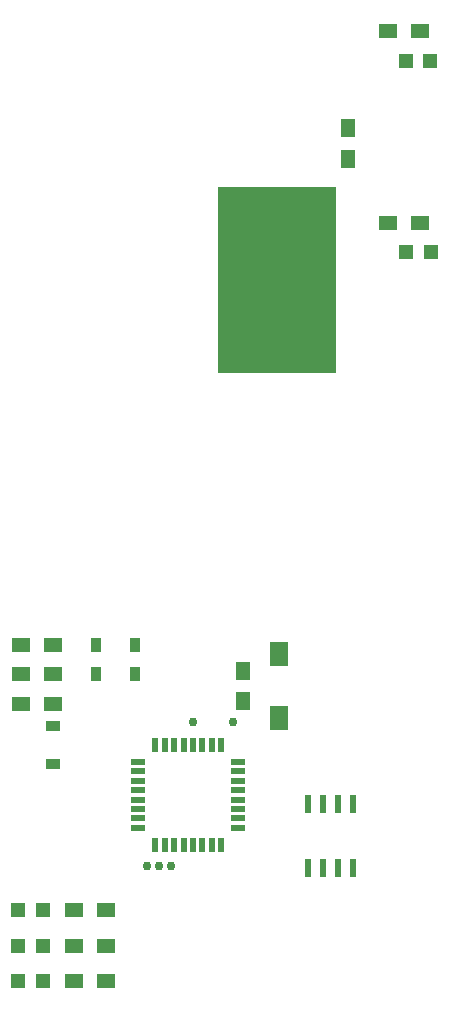
<source format=gbr>
G04 #@! TF.FileFunction,Paste,Top*
%FSLAX46Y46*%
G04 Gerber Fmt 4.6, Leading zero omitted, Abs format (unit mm)*
G04 Created by KiCad (PCBNEW 4.0.5) date Thu Feb 16 16:16:09 2017*
%MOMM*%
%LPD*%
G01*
G04 APERTURE LIST*
%ADD10C,0.100000*%
%ADD11R,10.000000X15.750000*%
%ADD12R,1.198880X1.198880*%
%ADD13R,1.500000X1.300000*%
%ADD14R,1.300000X1.500000*%
%ADD15R,0.600000X1.550000*%
%ADD16C,0.750000*%
%ADD17R,1.250000X1.500000*%
%ADD18R,0.910000X1.220000*%
%ADD19R,1.220000X0.910000*%
%ADD20R,1.600000X2.000000*%
%ADD21R,1.200000X0.600000*%
%ADD22R,0.600000X1.200000*%
G04 APERTURE END LIST*
D10*
D11*
X132550000Y-81550000D03*
D12*
X143450980Y-79150000D03*
X145549020Y-79150000D03*
X143401960Y-63000000D03*
X145500000Y-63000000D03*
D13*
X141900000Y-76750000D03*
X144600000Y-76750000D03*
X141900000Y-60500000D03*
X144600000Y-60500000D03*
D14*
X138500000Y-71350000D03*
X138500000Y-68650000D03*
D15*
X138909000Y-125940000D03*
X137639000Y-125940000D03*
X136369000Y-125940000D03*
X135099000Y-125940000D03*
X135099000Y-131340000D03*
X136369000Y-131340000D03*
X137639000Y-131340000D03*
X138909000Y-131340000D03*
D16*
X125404000Y-118940000D03*
X128804000Y-118940000D03*
X123504000Y-131140000D03*
X122504000Y-131140000D03*
D17*
X129664000Y-117170000D03*
X129664000Y-114670000D03*
D18*
X117179000Y-112420000D03*
X120449000Y-112420000D03*
X117194000Y-114920000D03*
X120464000Y-114920000D03*
D19*
X113514000Y-119285000D03*
X113514000Y-122555000D03*
D12*
X112713020Y-140920000D03*
X110614980Y-140920000D03*
X112664000Y-134920000D03*
X110565960Y-134920000D03*
X112664000Y-137920000D03*
X110565960Y-137920000D03*
D13*
X113514000Y-112420000D03*
X110814000Y-112420000D03*
X113514000Y-114920000D03*
X110814000Y-114920000D03*
X113514000Y-117420000D03*
X110814000Y-117420000D03*
X118014000Y-140920000D03*
X115314000Y-140920000D03*
X118014000Y-134920000D03*
X115314000Y-134920000D03*
X118014000Y-137920000D03*
X115314000Y-137920000D03*
D20*
X132664000Y-113220000D03*
X132664000Y-118620000D03*
D21*
X120754000Y-122340000D03*
X120754000Y-123140000D03*
X120754000Y-123940000D03*
X120754000Y-124740000D03*
X120754000Y-125540000D03*
X120754000Y-126340000D03*
X120754000Y-127140000D03*
X120754000Y-127940000D03*
D22*
X122204000Y-129390000D03*
X123004000Y-129390000D03*
X123804000Y-129390000D03*
X124604000Y-129390000D03*
X125404000Y-129390000D03*
X126204000Y-129390000D03*
X127004000Y-129390000D03*
X127804000Y-129390000D03*
D21*
X129254000Y-127940000D03*
X129254000Y-127140000D03*
X129254000Y-126340000D03*
X129254000Y-125540000D03*
X129254000Y-124740000D03*
X129254000Y-123940000D03*
X129254000Y-123140000D03*
X129254000Y-122340000D03*
D22*
X127804000Y-120890000D03*
X127004000Y-120890000D03*
X126204000Y-120890000D03*
X125404000Y-120890000D03*
X124604000Y-120890000D03*
X123804000Y-120890000D03*
X123004000Y-120890000D03*
X122204000Y-120890000D03*
D16*
X121504000Y-131140000D03*
M02*

</source>
